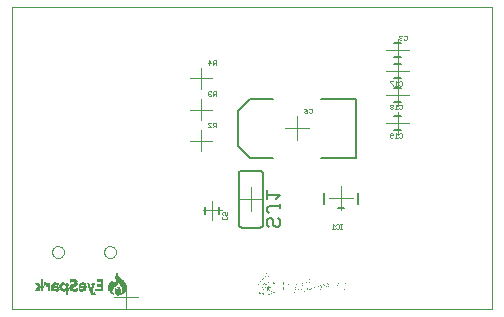
<source format=gbo>
G75*
G70*
%OFA0B0*%
%FSLAX24Y24*%
%IPPOS*%
%LPD*%
%AMOC8*
5,1,8,0,0,1.08239X$1,22.5*
%
%ADD10C,0.0000*%
%ADD11C,0.0060*%
%ADD12C,0.0010*%
%ADD13C,0.0080*%
%ADD14C,0.0050*%
%ADD15R,0.0010X0.0010*%
%ADD16R,0.0030X0.0010*%
%ADD17R,0.0050X0.0010*%
%ADD18R,0.0070X0.0010*%
%ADD19R,0.0020X0.0010*%
%ADD20R,0.0080X0.0010*%
%ADD21R,0.0060X0.0010*%
%ADD22R,0.0100X0.0010*%
%ADD23R,0.0090X0.0010*%
%ADD24R,0.0120X0.0010*%
%ADD25R,0.0110X0.0010*%
%ADD26R,0.0130X0.0010*%
%ADD27R,0.0040X0.0010*%
%ADD28R,0.0150X0.0010*%
%ADD29R,0.0160X0.0010*%
%ADD30R,0.0140X0.0010*%
%ADD31R,0.0170X0.0010*%
%ADD32R,0.0180X0.0010*%
%ADD33R,0.0190X0.0010*%
%ADD34R,0.0200X0.0010*%
%ADD35R,0.0240X0.0010*%
%ADD36R,0.0220X0.0010*%
%ADD37R,0.0230X0.0010*%
%ADD38R,0.0250X0.0010*%
%ADD39R,0.0210X0.0010*%
%ADD40R,0.0260X0.0010*%
%ADD41R,0.0270X0.0010*%
%ADD42R,0.0280X0.0010*%
%ADD43R,0.0290X0.0010*%
%ADD44R,0.0300X0.0010*%
%ADD45R,0.0320X0.0010*%
D10*
X000180Y000416D02*
X000180Y010496D01*
X016180Y010496D01*
X016180Y000416D01*
X000180Y000416D01*
X001517Y002330D02*
X001519Y002357D01*
X001525Y002384D01*
X001534Y002410D01*
X001547Y002434D01*
X001563Y002457D01*
X001582Y002476D01*
X001604Y002493D01*
X001628Y002507D01*
X001653Y002517D01*
X001680Y002524D01*
X001707Y002527D01*
X001735Y002526D01*
X001762Y002521D01*
X001788Y002513D01*
X001812Y002501D01*
X001835Y002485D01*
X001856Y002467D01*
X001873Y002446D01*
X001888Y002422D01*
X001899Y002397D01*
X001907Y002371D01*
X001911Y002344D01*
X001911Y002316D01*
X001907Y002289D01*
X001899Y002263D01*
X001888Y002238D01*
X001873Y002214D01*
X001856Y002193D01*
X001835Y002175D01*
X001813Y002159D01*
X001788Y002147D01*
X001762Y002139D01*
X001735Y002134D01*
X001707Y002133D01*
X001680Y002136D01*
X001653Y002143D01*
X001628Y002153D01*
X001604Y002167D01*
X001582Y002184D01*
X001563Y002203D01*
X001547Y002226D01*
X001534Y002250D01*
X001525Y002276D01*
X001519Y002303D01*
X001517Y002330D01*
X003249Y002330D02*
X003251Y002357D01*
X003257Y002384D01*
X003266Y002410D01*
X003279Y002434D01*
X003295Y002457D01*
X003314Y002476D01*
X003336Y002493D01*
X003360Y002507D01*
X003385Y002517D01*
X003412Y002524D01*
X003439Y002527D01*
X003467Y002526D01*
X003494Y002521D01*
X003520Y002513D01*
X003544Y002501D01*
X003567Y002485D01*
X003588Y002467D01*
X003605Y002446D01*
X003620Y002422D01*
X003631Y002397D01*
X003639Y002371D01*
X003643Y002344D01*
X003643Y002316D01*
X003639Y002289D01*
X003631Y002263D01*
X003620Y002238D01*
X003605Y002214D01*
X003588Y002193D01*
X003567Y002175D01*
X003545Y002159D01*
X003520Y002147D01*
X003494Y002139D01*
X003467Y002134D01*
X003439Y002133D01*
X003412Y002136D01*
X003385Y002143D01*
X003360Y002153D01*
X003336Y002167D01*
X003314Y002184D01*
X003295Y002203D01*
X003279Y002226D01*
X003266Y002250D01*
X003257Y002276D01*
X003251Y002303D01*
X003249Y002330D01*
X003990Y001231D02*
X003990Y000441D01*
X003595Y000836D02*
X004385Y000836D01*
X006860Y003403D02*
X006860Y004029D01*
X006547Y003716D02*
X007173Y003716D01*
X007740Y004096D02*
X008540Y004096D01*
X008140Y003696D02*
X008140Y004496D01*
X006480Y005682D02*
X006480Y006390D01*
X006480Y006722D02*
X006480Y007430D01*
X006480Y007762D02*
X006480Y008470D01*
X006126Y008116D02*
X006834Y008116D01*
X006834Y007076D02*
X006126Y007076D01*
X006126Y006036D02*
X006834Y006036D01*
X009280Y006456D02*
X010080Y006456D01*
X009680Y006056D02*
X009680Y006856D01*
X012663Y006626D02*
X013417Y006626D01*
X013040Y006249D02*
X013040Y007003D01*
X013040Y007199D02*
X013040Y007953D01*
X013040Y007979D02*
X013040Y008733D01*
X013040Y008689D02*
X013040Y009443D01*
X012663Y009066D02*
X013417Y009066D01*
X013417Y008356D02*
X012663Y008356D01*
X012663Y007576D02*
X013417Y007576D01*
X011140Y004516D02*
X011140Y003716D01*
X010740Y004116D02*
X011540Y004116D01*
D11*
X008540Y004946D02*
X008540Y003246D01*
X008538Y003229D01*
X008534Y003212D01*
X008527Y003196D01*
X008517Y003182D01*
X008504Y003169D01*
X008490Y003159D01*
X008474Y003152D01*
X008457Y003148D01*
X008440Y003146D01*
X007840Y003146D01*
X007823Y003148D01*
X007806Y003152D01*
X007790Y003159D01*
X007776Y003169D01*
X007763Y003182D01*
X007753Y003196D01*
X007746Y003212D01*
X007742Y003229D01*
X007740Y003246D01*
X007740Y004946D01*
X007742Y004963D01*
X007746Y004980D01*
X007753Y004996D01*
X007763Y005010D01*
X007776Y005023D01*
X007790Y005033D01*
X007806Y005040D01*
X007823Y005044D01*
X007840Y005046D01*
X008440Y005046D01*
X008457Y005044D01*
X008474Y005040D01*
X008490Y005033D01*
X008504Y005023D01*
X008517Y005010D01*
X008527Y004996D01*
X008534Y004980D01*
X008538Y004963D01*
X008540Y004946D01*
X007096Y003834D02*
X007096Y003598D01*
X006624Y003598D02*
X006624Y003834D01*
X012922Y006390D02*
X013158Y006390D01*
X013158Y006862D02*
X012922Y006862D01*
X012922Y007340D02*
X013158Y007340D01*
X013158Y007812D02*
X012922Y007812D01*
X012922Y008120D02*
X013158Y008120D01*
X013158Y008592D02*
X012922Y008592D01*
X012922Y008830D02*
X013158Y008830D01*
X013158Y009302D02*
X012922Y009302D01*
D12*
X013088Y009421D02*
X013113Y009396D01*
X013163Y009396D01*
X013188Y009421D01*
X013235Y009421D02*
X013260Y009396D01*
X013310Y009396D01*
X013335Y009421D01*
X013335Y009521D01*
X013310Y009546D01*
X013260Y009546D01*
X013235Y009521D01*
X013188Y009521D02*
X013163Y009546D01*
X013113Y009546D01*
X013088Y009521D01*
X013088Y009496D01*
X013113Y009471D01*
X013088Y009446D01*
X013088Y009421D01*
X013113Y009471D02*
X013138Y009471D01*
X013152Y008026D02*
X013177Y008001D01*
X013177Y007901D01*
X013152Y007876D01*
X013102Y007876D01*
X013077Y007901D01*
X013030Y007876D02*
X012930Y007876D01*
X012882Y007876D02*
X012882Y007901D01*
X012782Y008001D01*
X012782Y008026D01*
X012882Y008026D01*
X012980Y008026D02*
X013030Y007976D01*
X013077Y008001D02*
X013102Y008026D01*
X013152Y008026D01*
X012980Y008026D02*
X012980Y007876D01*
X012980Y007246D02*
X012980Y007096D01*
X013030Y007096D02*
X012930Y007096D01*
X012882Y007121D02*
X012882Y007146D01*
X012857Y007171D01*
X012807Y007171D01*
X012782Y007146D01*
X012782Y007121D01*
X012807Y007096D01*
X012857Y007096D01*
X012882Y007121D01*
X012857Y007171D02*
X012882Y007196D01*
X012882Y007221D01*
X012857Y007246D01*
X012807Y007246D01*
X012782Y007221D01*
X012782Y007196D01*
X012807Y007171D01*
X012980Y007246D02*
X013030Y007196D01*
X013077Y007221D02*
X013102Y007246D01*
X013152Y007246D01*
X013177Y007221D01*
X013177Y007121D01*
X013152Y007096D01*
X013102Y007096D01*
X013077Y007121D01*
X013102Y006296D02*
X013077Y006271D01*
X013102Y006296D02*
X013152Y006296D01*
X013177Y006271D01*
X013177Y006171D01*
X013152Y006146D01*
X013102Y006146D01*
X013077Y006171D01*
X013030Y006146D02*
X012930Y006146D01*
X012980Y006146D02*
X012980Y006296D01*
X013030Y006246D01*
X012882Y006246D02*
X012857Y006221D01*
X012782Y006221D01*
X012782Y006171D02*
X012782Y006271D01*
X012807Y006296D01*
X012857Y006296D01*
X012882Y006271D01*
X012882Y006246D01*
X012882Y006171D02*
X012857Y006146D01*
X012807Y006146D01*
X012782Y006171D01*
X010175Y006986D02*
X010150Y006961D01*
X010100Y006961D01*
X010075Y006986D01*
X010028Y006986D02*
X010003Y006961D01*
X009953Y006961D01*
X009928Y006986D01*
X009928Y007011D01*
X009953Y007036D01*
X010028Y007036D01*
X010028Y006986D01*
X010028Y007036D02*
X009978Y007086D01*
X009928Y007111D01*
X010075Y007086D02*
X010100Y007111D01*
X010150Y007111D01*
X010175Y007086D01*
X010175Y006986D01*
X006975Y006641D02*
X006975Y006491D01*
X006975Y006541D02*
X006900Y006541D01*
X006875Y006566D01*
X006875Y006616D01*
X006900Y006641D01*
X006975Y006641D01*
X006925Y006541D02*
X006875Y006491D01*
X006828Y006491D02*
X006728Y006591D01*
X006728Y006616D01*
X006753Y006641D01*
X006803Y006641D01*
X006828Y006616D01*
X006828Y006491D02*
X006728Y006491D01*
X006753Y007531D02*
X006803Y007531D01*
X006828Y007556D01*
X006875Y007531D02*
X006925Y007581D01*
X006900Y007581D02*
X006975Y007581D01*
X006975Y007531D02*
X006975Y007681D01*
X006900Y007681D01*
X006875Y007656D01*
X006875Y007606D01*
X006900Y007581D01*
X006828Y007656D02*
X006803Y007681D01*
X006753Y007681D01*
X006728Y007656D01*
X006728Y007631D01*
X006753Y007606D01*
X006728Y007581D01*
X006728Y007556D01*
X006753Y007531D01*
X006753Y007606D02*
X006778Y007606D01*
X006753Y008571D02*
X006753Y008721D01*
X006828Y008646D01*
X006728Y008646D01*
X006875Y008646D02*
X006875Y008696D01*
X006900Y008721D01*
X006975Y008721D01*
X006975Y008571D01*
X006975Y008621D02*
X006900Y008621D01*
X006875Y008646D01*
X006925Y008621D02*
X006875Y008571D01*
X007215Y003668D02*
X007190Y003643D01*
X007190Y003593D01*
X007215Y003568D01*
X007215Y003521D02*
X007190Y003496D01*
X007190Y003446D01*
X007215Y003421D01*
X007315Y003421D01*
X007340Y003446D01*
X007340Y003496D01*
X007315Y003521D01*
X007340Y003568D02*
X007265Y003568D01*
X007290Y003618D01*
X007290Y003643D01*
X007265Y003668D01*
X007215Y003668D01*
X007340Y003668D02*
X007340Y003568D01*
X010832Y003111D02*
X010932Y003111D01*
X010882Y003111D02*
X010882Y003261D01*
X010932Y003211D01*
X010980Y003236D02*
X011005Y003261D01*
X011055Y003261D01*
X011080Y003236D01*
X011080Y003136D01*
X011055Y003111D01*
X011005Y003111D01*
X010980Y003136D01*
X011128Y003111D02*
X011178Y003111D01*
X011153Y003111D02*
X011153Y003261D01*
X011178Y003261D02*
X011128Y003261D01*
D13*
X011034Y003797D02*
X011246Y003797D01*
X011700Y003947D02*
X011700Y004285D01*
X010580Y004285D02*
X010580Y003947D01*
X010467Y005472D02*
X011649Y005472D01*
X011649Y007440D01*
X010467Y007440D01*
X008893Y007440D02*
X008105Y007440D01*
X007711Y007047D01*
X007711Y005865D01*
X008105Y005472D01*
X008893Y005472D01*
D14*
X008665Y004392D02*
X008665Y004092D01*
X008665Y004242D02*
X009115Y004242D01*
X008965Y004092D01*
X009115Y003932D02*
X009115Y003782D01*
X009115Y003857D02*
X008740Y003857D01*
X008665Y003782D01*
X008665Y003706D01*
X008740Y003631D01*
X008740Y003471D02*
X008665Y003396D01*
X008665Y003246D01*
X008740Y003171D01*
X008890Y003246D02*
X008890Y003396D01*
X008815Y003471D01*
X008740Y003471D01*
X008890Y003246D02*
X008965Y003171D01*
X009040Y003171D01*
X009115Y003246D01*
X009115Y003396D01*
X009040Y003471D01*
D15*
X008680Y001606D03*
X008750Y001496D03*
X008640Y001486D03*
X008570Y001416D03*
X008560Y001406D03*
X008470Y001316D03*
X008420Y001236D03*
X008410Y001216D03*
X008540Y001116D03*
X008590Y001076D03*
X008630Y001126D03*
X008670Y001216D03*
X008660Y001226D03*
X008620Y001266D03*
X008590Y001216D03*
X008740Y001306D03*
X008750Y001296D03*
X008910Y001286D03*
X008920Y001276D03*
X008940Y001256D03*
X008810Y001116D03*
X008800Y001126D03*
X008790Y001136D03*
X008760Y001156D03*
X008760Y001066D03*
X008770Y001026D03*
X008860Y000986D03*
X008920Y000956D03*
X008930Y000966D03*
X008940Y000976D03*
X008860Y000916D03*
X008780Y000886D03*
X008740Y000896D03*
X008580Y000946D03*
X008540Y000916D03*
X008570Y000886D03*
X008490Y000916D03*
X008450Y000946D03*
X008440Y000956D03*
X008430Y000966D03*
X009260Y001076D03*
X009260Y001086D03*
X009260Y001096D03*
X009260Y001106D03*
X009260Y001116D03*
X009260Y001126D03*
X009260Y001136D03*
X009260Y001146D03*
X009260Y001236D03*
X009260Y001246D03*
X009260Y001256D03*
X009260Y001266D03*
X009260Y001276D03*
X009260Y001286D03*
X009260Y001296D03*
X009260Y001306D03*
X009420Y001246D03*
X009660Y001136D03*
X009630Y001056D03*
X009600Y000976D03*
X009730Y001056D03*
X009830Y001066D03*
X009940Y001006D03*
X010040Y001086D03*
X010060Y001076D03*
X010160Y001076D03*
X010170Y001086D03*
X010270Y001126D03*
X010410Y001166D03*
X010480Y001206D03*
X010510Y001156D03*
X010510Y001126D03*
X010490Y001076D03*
X010600Y001186D03*
X010580Y001236D03*
X010670Y001156D03*
X010760Y001176D03*
X010750Y001216D03*
X010710Y001276D03*
X011060Y001196D03*
X011070Y001276D03*
X011300Y001256D03*
X011280Y001056D03*
X010120Y001306D03*
X010110Y001386D03*
X010010Y001306D03*
X009890Y001276D03*
X009890Y001186D03*
X009690Y001216D03*
X003830Y000906D03*
X003580Y000906D03*
X003630Y001076D03*
X003630Y001086D03*
X003700Y001606D03*
X002430Y001086D03*
D16*
X002440Y001076D03*
X002360Y001096D03*
X003630Y001066D03*
X003690Y001586D03*
X008710Y001046D03*
D17*
X008710Y001056D03*
X008710Y001136D03*
X003720Y001136D03*
X003530Y000936D03*
X003680Y001556D03*
X003680Y001566D03*
X002350Y001086D03*
D18*
X002530Y001286D03*
X001890Y001286D03*
X001900Y001006D03*
X001670Y001006D03*
X001300Y001276D03*
X003490Y000976D03*
X003500Y000966D03*
X003710Y000876D03*
X003890Y000956D03*
X003900Y000966D03*
X003740Y001106D03*
X003740Y001116D03*
X003730Y001126D03*
X003680Y001536D03*
X008710Y001106D03*
X008710Y001076D03*
X008710Y001066D03*
D19*
X010115Y001066D03*
X003845Y000906D03*
X003825Y000896D03*
X003585Y000896D03*
X003565Y000906D03*
X002945Y000956D03*
X002365Y001106D03*
X002135Y001306D03*
X001715Y001206D03*
X001275Y001206D03*
X003535Y001336D03*
X003695Y001596D03*
D20*
X003675Y001526D03*
X003525Y001306D03*
X003745Y001096D03*
X003745Y001086D03*
X003905Y000976D03*
X003485Y000986D03*
X003475Y000996D03*
X002905Y000886D03*
X002865Y001126D03*
X002875Y001156D03*
X002765Y001146D03*
X002765Y001136D03*
X002765Y001126D03*
X002755Y001156D03*
X002755Y001166D03*
X002745Y001186D03*
X002745Y001196D03*
X002735Y001226D03*
X002615Y001196D03*
X002445Y001196D03*
X002445Y001186D03*
X001715Y001096D03*
X001625Y001286D03*
X001305Y001266D03*
X008715Y001096D03*
X008715Y001086D03*
D21*
X008715Y001116D03*
X008715Y001126D03*
X003885Y000946D03*
X003875Y000936D03*
X003515Y000946D03*
X003505Y000956D03*
X003525Y001316D03*
X003675Y001546D03*
D22*
X003685Y001506D03*
X003525Y001296D03*
X003465Y001026D03*
X003465Y001016D03*
X003705Y000886D03*
X003745Y001066D03*
X003915Y000996D03*
X002915Y001266D03*
X002915Y001276D03*
X002905Y001246D03*
X002905Y001236D03*
X002895Y001216D03*
X002815Y001026D03*
X002815Y001016D03*
X002835Y000966D03*
X002845Y000956D03*
X002605Y001076D03*
X002615Y001096D03*
X002605Y001216D03*
X002325Y001276D03*
X002325Y001286D03*
X002325Y001296D03*
X002325Y001306D03*
X002315Y001316D03*
X002215Y001396D03*
X002015Y001196D03*
X002015Y001186D03*
X002015Y001106D03*
X002015Y001096D03*
X002155Y001106D03*
X002155Y001116D03*
X002165Y001136D03*
X002165Y001086D03*
X002325Y001076D03*
X002525Y001006D03*
X001835Y001086D03*
X001835Y001096D03*
X001825Y001116D03*
X001825Y001126D03*
X001825Y001176D03*
X001825Y001186D03*
X001835Y001206D03*
X001695Y001126D03*
X001555Y001086D03*
X001395Y001176D03*
X001395Y001186D03*
X001085Y001186D03*
X001075Y001196D03*
X001065Y001206D03*
X001065Y001216D03*
X001055Y001226D03*
X001045Y001236D03*
X001035Y001256D03*
X001025Y001266D03*
X001085Y001126D03*
X001085Y001116D03*
X001075Y001106D03*
X001065Y001096D03*
X001055Y001076D03*
X001045Y001066D03*
X001035Y001046D03*
D23*
X001190Y001046D03*
X001190Y001036D03*
X001190Y001026D03*
X001190Y001016D03*
X001190Y001056D03*
X001190Y001066D03*
X001190Y001076D03*
X001190Y001086D03*
X001190Y001096D03*
X001190Y001106D03*
X001190Y001116D03*
X001190Y001126D03*
X001190Y001176D03*
X001190Y001186D03*
X001190Y001196D03*
X001190Y001206D03*
X001190Y001216D03*
X001190Y001226D03*
X001190Y001236D03*
X001190Y001246D03*
X001190Y001256D03*
X001190Y001266D03*
X001190Y001276D03*
X001190Y001286D03*
X001190Y001296D03*
X001190Y001306D03*
X001190Y001316D03*
X001190Y001326D03*
X001190Y001336D03*
X001190Y001346D03*
X001190Y001356D03*
X001190Y001366D03*
X001190Y001376D03*
X001190Y001386D03*
X001190Y001396D03*
X001190Y001406D03*
X001400Y001276D03*
X001400Y001266D03*
X001400Y001166D03*
X001400Y001156D03*
X001400Y001146D03*
X001400Y001136D03*
X001400Y001126D03*
X001400Y001116D03*
X001400Y001106D03*
X001400Y001096D03*
X001400Y001086D03*
X001400Y001076D03*
X001400Y001066D03*
X001400Y001056D03*
X001400Y001046D03*
X001400Y001036D03*
X001400Y001026D03*
X001400Y001016D03*
X001550Y001016D03*
X001550Y001026D03*
X001550Y001096D03*
X001550Y001106D03*
X001550Y001116D03*
X001550Y001126D03*
X001550Y001196D03*
X001550Y001206D03*
X001560Y001216D03*
X001680Y001226D03*
X001710Y001116D03*
X001710Y001106D03*
X001710Y001086D03*
X001710Y001076D03*
X001830Y001106D03*
X001820Y001136D03*
X001820Y001146D03*
X001820Y001156D03*
X001820Y001166D03*
X001830Y001196D03*
X002020Y001176D03*
X002020Y001166D03*
X002020Y001156D03*
X002020Y001146D03*
X002020Y001136D03*
X002020Y001126D03*
X002020Y001116D03*
X002020Y001026D03*
X002020Y001016D03*
X002020Y001006D03*
X002020Y000996D03*
X002020Y000986D03*
X002020Y000976D03*
X002020Y000966D03*
X002020Y000956D03*
X002020Y000946D03*
X002020Y000936D03*
X002020Y000926D03*
X002020Y000916D03*
X002020Y000906D03*
X002020Y000896D03*
X002020Y000886D03*
X002160Y001096D03*
X002020Y001256D03*
X002020Y001266D03*
X002020Y001276D03*
X002450Y001206D03*
X002460Y001216D03*
X002610Y001206D03*
X002620Y001186D03*
X002620Y001116D03*
X002620Y001106D03*
X002610Y001086D03*
X002750Y001176D03*
X002740Y001206D03*
X002740Y001216D03*
X002730Y001236D03*
X002730Y001246D03*
X002720Y001256D03*
X002720Y001266D03*
X002720Y001276D03*
X002890Y001206D03*
X002890Y001196D03*
X002890Y001186D03*
X002880Y001176D03*
X002880Y001166D03*
X002870Y001146D03*
X002870Y001136D03*
X002900Y001226D03*
X002910Y001256D03*
X003170Y001256D03*
X003170Y001246D03*
X003170Y001266D03*
X003170Y001276D03*
X003170Y001286D03*
X003170Y001296D03*
X003170Y001306D03*
X003170Y001316D03*
X003170Y001156D03*
X003170Y001146D03*
X003170Y001136D03*
X003170Y001126D03*
X003170Y001116D03*
X003170Y001106D03*
X003170Y001096D03*
X003170Y001086D03*
X003470Y001006D03*
X003750Y001076D03*
X003910Y000986D03*
X003680Y001516D03*
X002820Y001006D03*
X002820Y000996D03*
X002830Y000986D03*
X002830Y000976D03*
X001090Y001176D03*
D24*
X001385Y001206D03*
X002005Y001076D03*
X002175Y001146D03*
X002265Y001006D03*
X002815Y001046D03*
X002815Y001056D03*
X002895Y000906D03*
X003465Y001046D03*
X003745Y001056D03*
X003705Y000896D03*
X003925Y001026D03*
X003925Y001036D03*
X003685Y001486D03*
D25*
X003680Y001496D03*
X003460Y001036D03*
X003920Y001016D03*
X003920Y001006D03*
X002900Y000896D03*
X002820Y001036D03*
X002590Y001226D03*
X002470Y001226D03*
X002320Y001266D03*
X002160Y001126D03*
X002010Y001086D03*
X002010Y001206D03*
X001890Y001276D03*
X001840Y001216D03*
X001850Y001076D03*
X001900Y001016D03*
X001670Y001016D03*
X001560Y001076D03*
X001560Y001186D03*
X001570Y001226D03*
X001390Y001196D03*
X001060Y001086D03*
X001040Y001056D03*
X001030Y001036D03*
X001020Y001026D03*
X001010Y001016D03*
X001040Y001246D03*
X001020Y001276D03*
D26*
X001670Y001026D03*
X002000Y001216D03*
X002310Y001256D03*
X002530Y001276D03*
X002820Y001066D03*
X002890Y000916D03*
X003460Y001056D03*
X003460Y001066D03*
X003710Y000906D03*
X003930Y001046D03*
X003930Y001056D03*
X003690Y001476D03*
D27*
X003685Y001576D03*
X003525Y001326D03*
X003635Y001056D03*
X003545Y000926D03*
X003555Y000916D03*
X003855Y000916D03*
X003865Y000926D03*
X002145Y001316D03*
X001705Y001216D03*
X001285Y001286D03*
D28*
X001630Y001276D03*
X002520Y001016D03*
X002820Y001086D03*
X002880Y000936D03*
X003710Y000916D03*
X003920Y001106D03*
X003920Y001116D03*
X003920Y001126D03*
X003700Y001456D03*
D29*
X003705Y001446D03*
X003915Y001146D03*
X003915Y001136D03*
X003705Y000926D03*
X003465Y001096D03*
X002875Y000946D03*
X002815Y001096D03*
X002815Y001106D03*
X002525Y001266D03*
X002285Y001236D03*
X002195Y001166D03*
X001885Y001256D03*
D30*
X001885Y001266D03*
X001895Y001026D03*
X002185Y001076D03*
X002185Y001156D03*
X002295Y001246D03*
X002815Y001076D03*
X002885Y000926D03*
X003465Y001076D03*
X003465Y001086D03*
X003925Y001086D03*
X003925Y001076D03*
X003925Y001066D03*
X003925Y001096D03*
X003695Y001466D03*
D31*
X003710Y001436D03*
X003880Y001226D03*
X003890Y001206D03*
X003900Y001186D03*
X003900Y001176D03*
X003910Y001166D03*
X003910Y001156D03*
X003710Y000936D03*
X003470Y001106D03*
X002820Y001116D03*
X002270Y001226D03*
X002210Y001176D03*
D32*
X002225Y001186D03*
X002235Y001196D03*
X002215Y001386D03*
X002265Y001016D03*
X001635Y001266D03*
X001595Y001176D03*
X001355Y001216D03*
X001355Y001226D03*
X001355Y001236D03*
X001355Y001246D03*
X001355Y001256D03*
X001145Y001156D03*
X001145Y001146D03*
X003475Y001126D03*
X003475Y001116D03*
X003705Y000956D03*
X003705Y000946D03*
X003895Y001196D03*
X003885Y001216D03*
X003875Y001236D03*
X003865Y001246D03*
X003865Y001256D03*
X003855Y001266D03*
X003855Y001276D03*
X003845Y001286D03*
X003725Y001416D03*
X003715Y001426D03*
D33*
X003480Y001136D03*
X003710Y001046D03*
X003710Y001036D03*
X003710Y000976D03*
X003710Y000966D03*
X002520Y001026D03*
X002530Y001256D03*
X002260Y001216D03*
X002250Y001206D03*
X001630Y001256D03*
X001140Y001166D03*
X001140Y001136D03*
D34*
X001605Y001166D03*
X001625Y001246D03*
X002225Y001376D03*
X002525Y001036D03*
X003485Y001146D03*
X003705Y001026D03*
X003705Y001016D03*
X003705Y001006D03*
X003705Y000996D03*
X003705Y000986D03*
X003735Y001406D03*
D35*
X003765Y001356D03*
X003775Y001346D03*
X003515Y001176D03*
X003095Y001076D03*
X003095Y001066D03*
X003095Y001056D03*
X003095Y001046D03*
X003095Y001036D03*
X003095Y001026D03*
X003095Y001016D03*
X002255Y001046D03*
X002245Y001326D03*
X002245Y001336D03*
X001625Y001136D03*
X001625Y001046D03*
X001625Y001036D03*
D36*
X001615Y001156D03*
X002235Y001356D03*
X002265Y001026D03*
X002535Y001056D03*
X002535Y001066D03*
X003105Y001166D03*
X003105Y001176D03*
X003105Y001186D03*
X003105Y001196D03*
X003105Y001206D03*
X003105Y001216D03*
X003105Y001226D03*
X003105Y001236D03*
X003495Y001156D03*
X003505Y001166D03*
X003755Y001376D03*
D37*
X003760Y001366D03*
X003100Y001366D03*
X003100Y001356D03*
X003100Y001346D03*
X003100Y001336D03*
X003100Y001326D03*
X003100Y001376D03*
X003100Y001386D03*
X002240Y001346D03*
X002260Y001036D03*
X001620Y001146D03*
D38*
X001630Y001066D03*
X001630Y001056D03*
X001940Y001036D03*
X002250Y001056D03*
D39*
X002530Y001046D03*
X002530Y001236D03*
X002530Y001246D03*
X002230Y001366D03*
X001620Y001236D03*
X003740Y001396D03*
X003750Y001386D03*
D40*
X003775Y001336D03*
X003775Y001326D03*
X003525Y001186D03*
X002535Y001176D03*
X002535Y001166D03*
X002535Y001156D03*
X002535Y001146D03*
X002535Y001136D03*
X002535Y001126D03*
X002245Y001066D03*
X001935Y001056D03*
X001935Y001046D03*
X001935Y001246D03*
D41*
X001930Y001236D03*
X001930Y001066D03*
X003780Y001316D03*
D42*
X003605Y001286D03*
X003545Y001206D03*
X003535Y001196D03*
X001925Y001226D03*
D43*
X003550Y001216D03*
X003560Y001226D03*
X003780Y001306D03*
D44*
X003595Y001276D03*
X003595Y001266D03*
X003585Y001256D03*
X003575Y001246D03*
X003565Y001236D03*
D45*
X003775Y001296D03*
M02*

</source>
